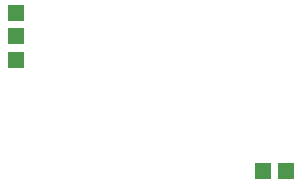
<source format=gbr>
G04 #@! TF.FileFunction,Soldermask,Bot*
%FSLAX46Y46*%
G04 Gerber Fmt 4.6, Leading zero omitted, Abs format (unit mm)*
G04 Created by KiCad (PCBNEW 4.0.7) date 01/28/18 01:48:01*
%MOMM*%
%LPD*%
G01*
G04 APERTURE LIST*
%ADD10C,0.100000*%
%ADD11R,1.460000X1.460000*%
G04 APERTURE END LIST*
D10*
D11*
X129600000Y-83800000D03*
X129600000Y-87800000D03*
X129600000Y-85800000D03*
X152500000Y-97200000D03*
X150500000Y-97200000D03*
M02*

</source>
